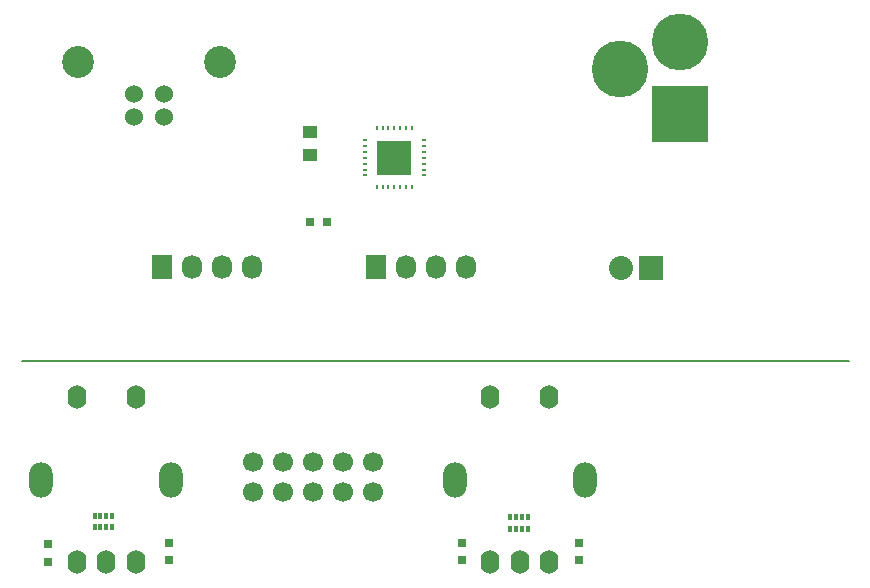
<source format=gbr>
G04 #@! TF.FileFunction,Soldermask,Top*
%FSLAX46Y46*%
G04 Gerber Fmt 4.6, Leading zero omitted, Abs format (unit mm)*
G04 Created by KiCad (PCBNEW 4.0.6-e0-6349~53~ubuntu16.04.1) date Sat Jul 15 19:45:57 2017*
%MOMM*%
%LPD*%
G01*
G04 APERTURE LIST*
%ADD10C,0.100000*%
%ADD11C,0.200000*%
%ADD12O,2.000000X3.000000*%
%ADD13O,1.600000X2.000000*%
%ADD14R,1.250000X1.000000*%
%ADD15R,0.800000X0.750000*%
%ADD16R,0.750000X0.800000*%
%ADD17C,1.524000*%
%ADD18C,2.700020*%
%ADD19R,1.727200X2.032000*%
%ADD20O,1.727200X2.032000*%
%ADD21C,4.800600*%
%ADD22R,4.800600X4.800600*%
%ADD23R,2.032000X2.032000*%
%ADD24O,2.032000X2.032000*%
%ADD25R,0.320000X0.500000*%
%ADD26R,0.250000X0.450000*%
%ADD27R,0.450000X0.250000*%
%ADD28R,2.900000X2.900000*%
%ADD29C,1.700000*%
G04 APERTURE END LIST*
D10*
D11*
X50000000Y-81000000D02*
X120000000Y-81000000D01*
D12*
X97650000Y-91059000D03*
D13*
X94650000Y-84059000D03*
X94650000Y-98059000D03*
X92150000Y-98059000D03*
X89650000Y-84059000D03*
X89650000Y-98059000D03*
D12*
X86650000Y-91059000D03*
D14*
X74422000Y-61611000D03*
X74422000Y-63611000D03*
D15*
X75870500Y-69278500D03*
X74370500Y-69278500D03*
D16*
X52197000Y-98032000D03*
X52197000Y-96532000D03*
X62484000Y-97905000D03*
X62484000Y-96405000D03*
X87249000Y-97905000D03*
X87249000Y-96405000D03*
X97155000Y-97905000D03*
X97155000Y-96405000D03*
D17*
X62039500Y-60388500D03*
X59499500Y-60388500D03*
X59499500Y-58389520D03*
X62039500Y-58389520D03*
D18*
X66768980Y-55689500D03*
X54770020Y-55689500D03*
D19*
X61849000Y-73025000D03*
D20*
X64389000Y-73025000D03*
X66929000Y-73025000D03*
X69469000Y-73025000D03*
D19*
X80010000Y-73088500D03*
D20*
X82550000Y-73088500D03*
X85090000Y-73088500D03*
X87630000Y-73088500D03*
D21*
X105727500Y-54038500D03*
D22*
X105727500Y-60134500D03*
D21*
X100647500Y-56324500D03*
D23*
X103251000Y-73152000D03*
D24*
X100711000Y-73152000D03*
D25*
X57646000Y-94115000D03*
X56646000Y-94115000D03*
X57146000Y-94115000D03*
X56146000Y-94115000D03*
X57146000Y-95115000D03*
X57646000Y-95115000D03*
X56646000Y-95115000D03*
X56146000Y-95115000D03*
X92825000Y-94242000D03*
X91825000Y-94242000D03*
X92325000Y-94242000D03*
X91325000Y-94242000D03*
X92325000Y-95242000D03*
X92825000Y-95242000D03*
X91825000Y-95242000D03*
X91325000Y-95242000D03*
D26*
X83034000Y-61317500D03*
X82534000Y-61317500D03*
X82034000Y-61317500D03*
X81534000Y-61317500D03*
X81034000Y-61317500D03*
X80534000Y-61317500D03*
X80034000Y-61317500D03*
D27*
X79034000Y-62317500D03*
X79034000Y-62817500D03*
X79034000Y-63317500D03*
X79034000Y-63817500D03*
X79034000Y-64317500D03*
X79034000Y-64817500D03*
X79034000Y-65317500D03*
D26*
X80034000Y-66317500D03*
X80534000Y-66317500D03*
X81034000Y-66317500D03*
X81534000Y-66317500D03*
X82034000Y-66317500D03*
X82534000Y-66317500D03*
X83034000Y-66317500D03*
D27*
X84034000Y-65317500D03*
X84034000Y-64817500D03*
X84034000Y-64317500D03*
X84034000Y-63817500D03*
X84034000Y-63317500D03*
X84034000Y-62817500D03*
X84034000Y-62317500D03*
D28*
X81534000Y-63817500D03*
D12*
X62650000Y-91059000D03*
D13*
X59650000Y-84059000D03*
X59650000Y-98059000D03*
X57150000Y-98059000D03*
X54650000Y-84059000D03*
X54650000Y-98059000D03*
D12*
X51650000Y-91059000D03*
D29*
X69596000Y-89535000D03*
X69596000Y-92075000D03*
X72136000Y-89535000D03*
X72136000Y-92075000D03*
X74676000Y-89535000D03*
X74676000Y-92075000D03*
X77216000Y-89535000D03*
X77216000Y-92075000D03*
X79756000Y-89535000D03*
X79756000Y-92075000D03*
M02*

</source>
